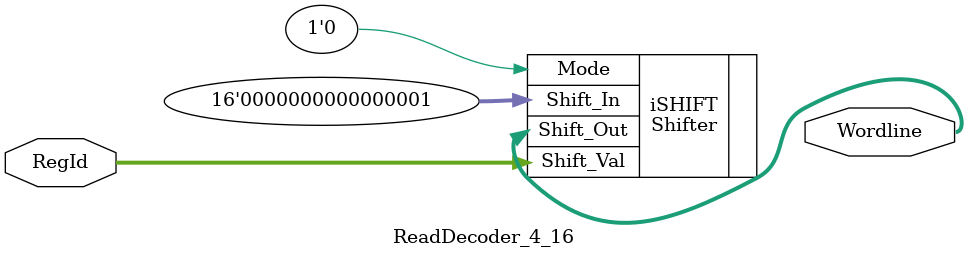
<source format=v>
`default_nettype none // Set the default as none to avoid errors

module ReadDecoder_4_16(RegId, Wordline);

  input wire [3:0] RegId;      // 4-bit register ID
  output wire [15:0] Wordline; // 16-bit register output

  //////////////////////////////////////////////////
  // Implement ReadDecoder as structural verilog //
  ////////////////////////////////////////////////
  // Decode the ID by shifting 1 left by RegID amount.
  Shifter iSHIFT (.Shift_In(16'h0001), .Mode(1'b0), .Shift_Val(RegId), .Shift_Out(Wordline));
	
endmodule

`default_nettype wire // Reset default behavior at the end
</source>
